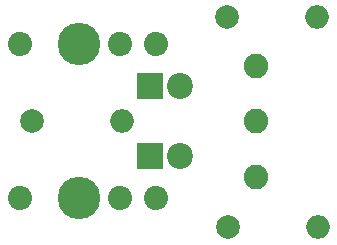
<source format=gbr>
G04 #@! TF.GenerationSoftware,KiCad,Pcbnew,(5.0.0)*
G04 #@! TF.CreationDate,2018-08-18T17:33:36+02:00*
G04 #@! TF.ProjectId,1u_mute,31755F6D7574652E6B696361645F7063,rev?*
G04 #@! TF.SameCoordinates,Original*
G04 #@! TF.FileFunction,Soldermask,Bot*
G04 #@! TF.FilePolarity,Negative*
%FSLAX46Y46*%
G04 Gerber Fmt 4.6, Leading zero omitted, Abs format (unit mm)*
G04 Created by KiCad (PCBNEW (5.0.0)) date 08/18/18 17:33:36*
%MOMM*%
%LPD*%
G01*
G04 APERTURE LIST*
%ADD10C,3.600000*%
%ADD11C,2.048460*%
%ADD12C,2.200000*%
%ADD13R,2.200000X2.200000*%
%ADD14O,2.000000X2.000000*%
%ADD15C,2.000000*%
%ADD16C,2.082800*%
G04 APERTURE END LIST*
D10*
G04 #@! TO.C,J_OUT_1*
X6500000Y-17500000D03*
D11*
X12999860Y-17500000D03*
X9997580Y-17500000D03*
X1501280Y-17500000D03*
G04 #@! TD*
D12*
G04 #@! TO.C,D1*
X15040000Y-8000000D03*
D13*
X12500000Y-8000000D03*
G04 #@! TD*
G04 #@! TO.C,D2*
X12460000Y-14000000D03*
D12*
X15000000Y-14000000D03*
G04 #@! TD*
D11*
G04 #@! TO.C,J_IN_1*
X1501280Y-4500000D03*
X9997580Y-4500000D03*
X12999860Y-4500000D03*
D10*
X6500000Y-4500000D03*
G04 #@! TD*
D14*
G04 #@! TO.C,R_NLED_1*
X26680000Y-20000000D03*
D15*
X19060000Y-20000000D03*
G04 #@! TD*
G04 #@! TO.C,R_OUT_1*
X2500000Y-11000000D03*
D14*
X10120000Y-11000000D03*
G04 #@! TD*
G04 #@! TO.C,R_PLED_1*
X26620000Y-2200000D03*
D15*
X19000000Y-2200000D03*
G04 #@! TD*
D16*
G04 #@! TO.C,SW1*
X21500000Y-15700000D03*
X21500000Y-11000000D03*
X21500000Y-6300000D03*
G04 #@! TD*
M02*

</source>
